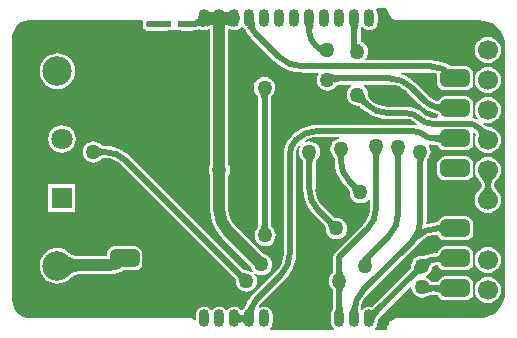
<source format=gtl>
G04*
G04 #@! TF.GenerationSoftware,Altium Limited,Altium Designer,21.2.0 (30)*
G04*
G04 Layer_Physical_Order=1*
G04 Layer_Color=255*
%FSLAX24Y24*%
%MOIN*%
G70*
G04*
G04 #@! TF.SameCoordinates,6A3BDC20-E317-4547-97BB-DAA7722936CF*
G04*
G04*
G04 #@! TF.FilePolarity,Positive*
G04*
G01*
G75*
%ADD13R,0.0260X0.0200*%
G04:AMPARAMS|DCode=14|XSize=20mil|YSize=20mil|CornerRadius=5mil|HoleSize=0mil|Usage=FLASHONLY|Rotation=270.000|XOffset=0mil|YOffset=0mil|HoleType=Round|Shape=RoundedRectangle|*
%AMROUNDEDRECTD14*
21,1,0.0200,0.0100,0,0,270.0*
21,1,0.0100,0.0200,0,0,270.0*
1,1,0.0100,-0.0050,-0.0050*
1,1,0.0100,-0.0050,0.0050*
1,1,0.0100,0.0050,0.0050*
1,1,0.0100,0.0050,-0.0050*
%
%ADD14ROUNDEDRECTD14*%
G04:AMPARAMS|DCode=15|XSize=98.4mil|YSize=59.1mil|CornerRadius=14.8mil|HoleSize=0mil|Usage=FLASHONLY|Rotation=0.000|XOffset=0mil|YOffset=0mil|HoleType=Round|Shape=RoundedRectangle|*
%AMROUNDEDRECTD15*
21,1,0.0984,0.0295,0,0,0.0*
21,1,0.0689,0.0591,0,0,0.0*
1,1,0.0295,0.0344,-0.0148*
1,1,0.0295,-0.0344,-0.0148*
1,1,0.0295,-0.0344,0.0148*
1,1,0.0295,0.0344,0.0148*
%
%ADD15ROUNDEDRECTD15*%
%ADD24C,0.0200*%
%ADD25C,0.0394*%
%ADD26O,0.0354X0.0591*%
%ADD27C,0.0984*%
%ADD28R,0.0709X0.0709*%
%ADD29C,0.0709*%
%ADD30C,0.0669*%
%ADD31C,0.0300*%
%ADD32C,0.0500*%
G36*
X12671Y5336D02*
X12700Y5298D01*
X12707Y5251D01*
X12710Y5227D01*
X12748Y5135D01*
X12809Y5057D01*
X12887Y4996D01*
X12979Y4958D01*
X13077Y4945D01*
X13097Y4948D01*
X13102Y4947D01*
X15752D01*
X15759Y4949D01*
X15924Y4932D01*
X16089Y4882D01*
X16242Y4801D01*
X16375Y4691D01*
X16485Y4557D01*
X16566Y4405D01*
X16617Y4240D01*
X16633Y4075D01*
X16631Y4068D01*
Y-4118D01*
X16633Y-4125D01*
X16617Y-4287D01*
X16567Y-4450D01*
X16487Y-4600D01*
X16379Y-4731D01*
X16248Y-4839D01*
X16098Y-4919D01*
X15935Y-4969D01*
X15773Y-4985D01*
X15766Y-4983D01*
X13102D01*
X13083Y-4987D01*
X13070Y-4985D01*
X12972Y-4998D01*
X12880Y-5036D01*
X12801Y-5097D01*
X12741Y-5175D01*
X12703Y-5267D01*
X12700Y-5291D01*
X12692Y-5338D01*
X12692Y-5338D01*
X12664Y-5376D01*
X12649Y-5382D01*
X12645Y-5381D01*
X12297D01*
X12280Y-5331D01*
X12300Y-5316D01*
X12344Y-5258D01*
X12372Y-5190D01*
X12382Y-5118D01*
Y-5038D01*
X12385Y-5031D01*
X12397Y-5010D01*
X12412Y-4987D01*
X12455Y-4935D01*
X13455Y-3935D01*
X13500Y-3961D01*
X13511Y-4041D01*
X13546Y-4127D01*
X13602Y-4200D01*
X13675Y-4256D01*
X13761Y-4291D01*
X13852Y-4303D01*
X13943Y-4291D01*
X14028Y-4256D01*
X14043Y-4245D01*
X14046Y-4244D01*
X14060Y-4235D01*
X14073Y-4228D01*
X14085Y-4222D01*
X14099Y-4217D01*
X14114Y-4213D01*
X14129Y-4209D01*
X14144Y-4206D01*
X14168Y-4204D01*
X14319D01*
X14336Y-4205D01*
X14359Y-4209D01*
X14376Y-4213D01*
X14380Y-4215D01*
X14386Y-4244D01*
X14441Y-4326D01*
X14523Y-4381D01*
X14619Y-4400D01*
X15308D01*
X15405Y-4381D01*
X15487Y-4326D01*
X15542Y-4244D01*
X15561Y-4148D01*
Y-3852D01*
X15542Y-3756D01*
X15487Y-3674D01*
X15405Y-3619D01*
X15308Y-3600D01*
X14619D01*
X14523Y-3619D01*
X14441Y-3674D01*
X14386Y-3756D01*
X14380Y-3785D01*
X14376Y-3787D01*
X14359Y-3791D01*
X14336Y-3795D01*
X14319Y-3796D01*
X14217D01*
X14213Y-3796D01*
X14200Y-3793D01*
X14188Y-3790D01*
X14179Y-3786D01*
X14171Y-3782D01*
X14164Y-3777D01*
X14158Y-3772D01*
X14153Y-3766D01*
X14144Y-3754D01*
X14140Y-3750D01*
X14102Y-3700D01*
X14028Y-3644D01*
X13987Y-3627D01*
Y-3573D01*
X14028Y-3556D01*
X14102Y-3500D01*
X14158Y-3427D01*
X14193Y-3341D01*
X14197Y-3310D01*
X14200Y-3303D01*
X14203Y-3286D01*
X14206Y-3277D01*
X14209Y-3269D01*
X14213Y-3263D01*
X14217Y-3257D01*
X14223Y-3252D01*
X14229Y-3247D01*
X14237Y-3242D01*
X14328Y-3214D01*
X14379Y-3209D01*
X14386Y-3244D01*
X14441Y-3326D01*
X14523Y-3381D01*
X14619Y-3400D01*
X15308D01*
X15405Y-3381D01*
X15487Y-3326D01*
X15542Y-3244D01*
X15561Y-3148D01*
Y-2852D01*
X15542Y-2756D01*
X15487Y-2674D01*
X15405Y-2619D01*
X15308Y-2600D01*
X14619D01*
X14523Y-2619D01*
X14441Y-2674D01*
X14386Y-2756D01*
X14377Y-2803D01*
X14290Y-2810D01*
X14129Y-2848D01*
X14085Y-2867D01*
X14083Y-2867D01*
X14078Y-2869D01*
X14074Y-2870D01*
X14026Y-2886D01*
X14008Y-2892D01*
X13970Y-2900D01*
X13955Y-2902D01*
X13941Y-2904D01*
X13928Y-2904D01*
X13917Y-2903D01*
X13903Y-2902D01*
X13894Y-2903D01*
X13852Y-2897D01*
X13761Y-2909D01*
X13675Y-2944D01*
X13602Y-3000D01*
X13546Y-3073D01*
X13511Y-3159D01*
X13499Y-3250D01*
X13500Y-3257D01*
X13500Y-3265D01*
X13498Y-3277D01*
X13496Y-3288D01*
X13492Y-3300D01*
X13487Y-3311D01*
X13481Y-3323D01*
X13474Y-3336D01*
X13465Y-3349D01*
X13463Y-3351D01*
X12236Y-4578D01*
X12216Y-4595D01*
X12190Y-4616D01*
X12187Y-4617D01*
X12174Y-4612D01*
X12102Y-4602D01*
X12030Y-4612D01*
X11962Y-4640D01*
X11904Y-4684D01*
X11883Y-4711D01*
X11882Y-4712D01*
X11871Y-4716D01*
X11862Y-4712D01*
X11825Y-4693D01*
X11824Y-4684D01*
X11822Y-4664D01*
X11822Y-4643D01*
X11827Y-4586D01*
X11828Y-4576D01*
X11864Y-4459D01*
X11938Y-4320D01*
X12031Y-4207D01*
X12039Y-4201D01*
X13654Y-2587D01*
X13654Y-2587D01*
X13803Y-2437D01*
X13809Y-2429D01*
X13922Y-2336D01*
X14060Y-2262D01*
X14210Y-2217D01*
X14357Y-2202D01*
X14366Y-2204D01*
X14378D01*
X14386Y-2244D01*
X14441Y-2326D01*
X14523Y-2381D01*
X14619Y-2400D01*
X15308D01*
X15405Y-2381D01*
X15487Y-2326D01*
X15542Y-2244D01*
X15561Y-2148D01*
Y-1852D01*
X15542Y-1756D01*
X15487Y-1674D01*
X15405Y-1619D01*
X15308Y-1600D01*
X14619D01*
X14523Y-1619D01*
X14441Y-1674D01*
X14386Y-1756D01*
X14378Y-1796D01*
X14366D01*
X14364Y-1796D01*
X14178Y-1811D01*
X14038Y-1845D01*
X14000Y-1812D01*
X14006Y-1738D01*
X14006Y-1736D01*
Y223D01*
X14006Y225D01*
X14009Y242D01*
X14012Y256D01*
X14016Y270D01*
X14021Y282D01*
X14027Y294D01*
X14033Y304D01*
X14040Y314D01*
X14040Y315D01*
X14051Y327D01*
X14054Y332D01*
X14095Y386D01*
X14130Y471D01*
X14142Y562D01*
X14130Y654D01*
X14095Y739D01*
X14078Y761D01*
X14081Y773D01*
X14106Y807D01*
X14202Y798D01*
X14211Y796D01*
X14319D01*
X14336Y795D01*
X14359Y791D01*
X14376Y787D01*
X14380Y785D01*
X14386Y756D01*
X14441Y674D01*
X14523Y619D01*
X14619Y600D01*
X15308D01*
X15405Y619D01*
X15487Y674D01*
X15542Y756D01*
X15561Y852D01*
Y1148D01*
X15553Y1186D01*
X15599Y1214D01*
X15599Y1213D01*
X15601Y1210D01*
X15621Y1190D01*
X15626Y1183D01*
X15634Y1171D01*
X15640Y1160D01*
X15643Y1149D01*
X15645Y1139D01*
X15646Y1129D01*
X15646Y1119D01*
X15644Y1107D01*
X15638Y1089D01*
X15638Y1086D01*
X15629Y1063D01*
X15614Y950D01*
X15629Y837D01*
X15672Y731D01*
X15742Y640D01*
X15833Y570D01*
X15939Y527D01*
X16052Y512D01*
X16165Y527D01*
X16271Y570D01*
X16362Y640D01*
X16432Y731D01*
X16475Y837D01*
X16490Y950D01*
X16475Y1063D01*
X16432Y1169D01*
X16362Y1260D01*
X16271Y1330D01*
X16165Y1373D01*
X16104Y1382D01*
X16100Y1383D01*
X16095Y1383D01*
X16091Y1385D01*
X16069Y1387D01*
X16051Y1391D01*
X16033Y1396D01*
X16015Y1403D01*
X15997Y1412D01*
X15978Y1423D01*
X15958Y1436D01*
X15938Y1451D01*
X15930Y1458D01*
X15900Y1489D01*
X15928Y1531D01*
X15939Y1527D01*
X16052Y1512D01*
X16165Y1527D01*
X16271Y1570D01*
X16362Y1640D01*
X16432Y1731D01*
X16475Y1837D01*
X16490Y1950D01*
X16475Y2063D01*
X16432Y2169D01*
X16362Y2260D01*
X16271Y2330D01*
X16165Y2373D01*
X16052Y2388D01*
X15939Y2373D01*
X15833Y2330D01*
X15742Y2260D01*
X15672Y2169D01*
X15629Y2063D01*
X15614Y1950D01*
X15629Y1837D01*
X15672Y1731D01*
X15712Y1679D01*
X15679Y1640D01*
X15667Y1646D01*
X15552Y1681D01*
X15525Y1730D01*
X15542Y1756D01*
X15561Y1852D01*
Y2148D01*
X15542Y2244D01*
X15487Y2326D01*
X15405Y2381D01*
X15308Y2400D01*
X14619D01*
X14523Y2381D01*
X14441Y2326D01*
X14390Y2250D01*
X14367Y2252D01*
X14338Y2257D01*
X14307Y2264D01*
X14172Y2336D01*
X14059Y2429D01*
X14053Y2437D01*
X13639Y2851D01*
X13638Y2852D01*
X13495Y2974D01*
X13334Y3073D01*
X13160Y3145D01*
X13154Y3146D01*
X13160Y3196D01*
X14150D01*
X14159Y3198D01*
X14305Y3183D01*
X14370Y3164D01*
X14367Y3148D01*
Y2852D01*
X14386Y2756D01*
X14441Y2674D01*
X14523Y2619D01*
X14619Y2600D01*
X15308D01*
X15405Y2619D01*
X15487Y2674D01*
X15542Y2756D01*
X15561Y2852D01*
Y3148D01*
X15542Y3244D01*
X15487Y3326D01*
X15405Y3381D01*
X15308Y3400D01*
X14814D01*
X14696Y3473D01*
X14522Y3545D01*
X14338Y3589D01*
X14151Y3604D01*
X14150Y3604D01*
X11966D01*
X11962Y3617D01*
X11954Y3654D01*
X12007Y3722D01*
X12042Y3808D01*
X12054Y3899D01*
X12042Y3990D01*
X12007Y4076D01*
X11951Y4149D01*
X11877Y4205D01*
X11838Y4221D01*
X11829Y4227D01*
X11828Y4227D01*
X11827Y4228D01*
X11810Y4234D01*
X11808Y4234D01*
X11806Y4235D01*
X11806Y4235D01*
Y4600D01*
X11812Y4653D01*
X11815Y4673D01*
X11820Y4691D01*
X11824Y4706D01*
X11824Y4706D01*
X11860Y4717D01*
X11864Y4717D01*
X11881Y4713D01*
X11883Y4711D01*
X11904Y4684D01*
X11962Y4640D01*
X12030Y4612D01*
X12102Y4602D01*
X12174Y4612D01*
X12242Y4640D01*
X12300Y4684D01*
X12344Y4742D01*
X12372Y4810D01*
X12382Y4882D01*
Y5118D01*
X12372Y5190D01*
X12344Y5258D01*
X12319Y5291D01*
X12344Y5341D01*
X12652D01*
X12656Y5342D01*
X12671Y5336D01*
D02*
G37*
G36*
X7513Y5199D02*
X7602Y5197D01*
Y4803D01*
X7541Y4802D01*
X7513Y4800D01*
Y4728D01*
X7492Y4742D01*
X7466Y4755D01*
X7435Y4766D01*
X7401Y4776D01*
X7362Y4784D01*
X7352Y4786D01*
X7342Y4784D01*
X7303Y4776D01*
X7269Y4766D01*
X7238Y4755D01*
X7212Y4742D01*
X7191Y4728D01*
Y4801D01*
X7102Y4803D01*
X7041Y4802D01*
X7013Y4800D01*
Y4728D01*
X6992Y4742D01*
X6966Y4755D01*
X6935Y4766D01*
X6901Y4776D01*
X6862Y4784D01*
X6852Y4786D01*
X6842Y4784D01*
X6803Y4776D01*
X6769Y4766D01*
X6738Y4755D01*
X6712Y4742D01*
X6691Y4728D01*
Y4801D01*
X6602Y4803D01*
Y5197D01*
X6663Y5198D01*
X6691Y5200D01*
Y5272D01*
X6712Y5258D01*
X6738Y5245D01*
X6769Y5234D01*
X6803Y5224D01*
X6842Y5216D01*
X6852Y5214D01*
X6862Y5216D01*
X6901Y5224D01*
X6935Y5234D01*
X6966Y5245D01*
X6992Y5258D01*
X7013Y5272D01*
Y5199D01*
X7102Y5197D01*
X7163Y5198D01*
X7191Y5200D01*
Y5272D01*
X7212Y5258D01*
X7238Y5245D01*
X7269Y5234D01*
X7303Y5224D01*
X7342Y5216D01*
X7352Y5214D01*
X7362Y5216D01*
X7401Y5224D01*
X7435Y5234D01*
X7466Y5245D01*
X7492Y5258D01*
X7513Y5272D01*
Y5199D01*
D02*
G37*
G36*
X6426Y5080D02*
X6426Y5082D01*
X6427Y5078D01*
X6551Y4810D01*
X6524Y4801D01*
X6556Y4710D01*
X6529Y4720D01*
X6502Y4728D01*
X6475Y4734D01*
X6447Y4737D01*
X6418Y4739D01*
X6390Y4738D01*
X6361Y4736D01*
X6331Y4731D01*
X6301Y4724D01*
X6271Y4715D01*
X6271Y4716D01*
X6265Y4714D01*
X6134Y4900D01*
X6174Y4903D01*
X6211Y4909D01*
X6246Y4919D01*
X6279Y4932D01*
X6309Y4949D01*
X6337Y4969D01*
X6362Y4993D01*
X6385Y5020D01*
X6406Y5050D01*
X6424Y5085D01*
X6426Y5080D01*
D02*
G37*
G36*
X10245Y4778D02*
X10236Y4761D01*
X10228Y4742D01*
X10221Y4720D01*
X10215Y4697D01*
X10211Y4671D01*
X10204Y4614D01*
X10203Y4582D01*
X10202Y4548D01*
X10002D01*
X10001Y4582D01*
X9997Y4644D01*
X9993Y4671D01*
X9983Y4720D01*
X9976Y4742D01*
X9968Y4761D01*
X9958Y4778D01*
X9948Y4793D01*
X10256D01*
X10245Y4778D01*
D02*
G37*
G36*
X11745Y4778D02*
X11736Y4760D01*
X11728Y4741D01*
X11721Y4719D01*
X11715Y4694D01*
X11711Y4667D01*
X11704Y4607D01*
X11703Y4573D01*
X11702Y4537D01*
X11502D01*
X11501Y4573D01*
X11493Y4667D01*
X11489Y4694D01*
X11483Y4719D01*
X11476Y4741D01*
X11468Y4760D01*
X11458Y4778D01*
X11448Y4793D01*
X11756D01*
X11745Y4778D01*
D02*
G37*
G36*
X8277Y4854D02*
X8276Y4826D01*
X8277Y4798D01*
X8281Y4770D01*
X8286Y4742D01*
X8293Y4715D01*
X8303Y4687D01*
X8314Y4659D01*
X8328Y4632D01*
X8343Y4605D01*
X8146Y4534D01*
X8125Y4569D01*
X8018Y4725D01*
X8013Y4728D01*
X8279Y4882D01*
X8277Y4854D01*
D02*
G37*
G36*
X11724Y4153D02*
X11734Y4151D01*
X11746Y4148D01*
X11774Y4138D01*
X11791Y4132D01*
X11470Y3994D01*
X11477Y4011D01*
X11499Y4078D01*
X11501Y4088D01*
X11503Y4096D01*
X11504Y4104D01*
X11503Y4110D01*
X11702Y4146D01*
X11703Y4150D01*
X11706Y4152D01*
X11710Y4154D01*
X11716Y4154D01*
X11724Y4153D01*
D02*
G37*
G36*
X10390Y4158D02*
X10409Y4146D01*
X10428Y4137D01*
X10447Y4131D01*
X10466Y4128D01*
X10486Y4127D01*
X10505Y4130D01*
X10524Y4136D01*
X10544Y4145D01*
X10564Y4156D01*
X10491Y3814D01*
X10482Y3827D01*
X10471Y3840D01*
X10459Y3854D01*
X10445Y3868D01*
X10412Y3897D01*
X10392Y3912D01*
X10324Y3959D01*
X10372Y4173D01*
X10390Y4158D01*
D02*
G37*
G36*
X10859Y3146D02*
X10877Y3137D01*
X10896Y3128D01*
X10916Y3121D01*
X10937Y3114D01*
X10958Y3109D01*
X10980Y3105D01*
X11003Y3102D01*
X11052Y3100D01*
X11097Y2900D01*
X11072Y2899D01*
X11048Y2897D01*
X11026Y2892D01*
X11005Y2886D01*
X10986Y2879D01*
X10968Y2869D01*
X10952Y2858D01*
X10937Y2845D01*
X10924Y2831D01*
X10912Y2814D01*
X10842Y3157D01*
X10859Y3146D01*
D02*
G37*
G36*
X14483Y1803D02*
X14481Y1822D01*
X14475Y1840D01*
X14465Y1858D01*
X14450Y1874D01*
X14432Y1890D01*
X14409Y1905D01*
X14382Y1918D01*
X14351Y1931D01*
X14316Y1943D01*
X14277Y1954D01*
X14279Y2165D01*
X14319Y2157D01*
X14354Y2151D01*
X14386Y2148D01*
X14413Y2148D01*
X14436Y2151D01*
X14455Y2157D01*
X14469Y2166D01*
X14480Y2178D01*
X14486Y2194D01*
X14489Y2212D01*
X14483Y1803D01*
D02*
G37*
G36*
X11953Y2427D02*
X11955Y2406D01*
X11960Y2386D01*
X11966Y2366D01*
X11974Y2346D01*
X11983Y2327D01*
X11995Y2308D01*
X12008Y2289D01*
X12024Y2271D01*
X12041Y2253D01*
X11899Y2111D01*
X11881Y2128D01*
X11863Y2144D01*
X11844Y2157D01*
X11825Y2169D01*
X11806Y2178D01*
X11786Y2186D01*
X11766Y2192D01*
X11746Y2197D01*
X11725Y2199D01*
X11704Y2200D01*
X11952Y2447D01*
X11953Y2427D01*
D02*
G37*
G36*
X12944Y2783D02*
X13093Y2738D01*
X13232Y2664D01*
X13345Y2571D01*
X13351Y2563D01*
X13765Y2149D01*
X13766Y2148D01*
X13853Y2074D01*
X13858Y2067D01*
X13874Y2056D01*
X13909Y2026D01*
X14070Y1927D01*
X14093Y1918D01*
X14102Y1912D01*
X14113Y1909D01*
X14244Y1855D01*
X14288Y1845D01*
X14316Y1835D01*
X14340Y1826D01*
X14358Y1816D01*
X14371Y1808D01*
X14377Y1803D01*
X14386Y1756D01*
X14394Y1743D01*
X14371Y1699D01*
X14176D01*
X14170Y1698D01*
X14091Y1709D01*
X14012Y1741D01*
X13984Y1763D01*
X13946Y1794D01*
X13946Y1794D01*
X13812Y1905D01*
X13659Y1987D01*
X13492Y2037D01*
X13319Y2054D01*
Y2054D01*
X12716D01*
X12707Y2052D01*
X12560Y2067D01*
X12410Y2112D01*
X12272Y2186D01*
X12159Y2279D01*
X12153Y2287D01*
X12091Y2349D01*
X12089Y2351D01*
X12080Y2364D01*
X12073Y2377D01*
X12067Y2389D01*
X12062Y2400D01*
X12058Y2412D01*
X12056Y2423D01*
X12054Y2435D01*
X12054Y2443D01*
X12055Y2450D01*
X12043Y2541D01*
X12008Y2627D01*
X11952Y2700D01*
X11891Y2746D01*
X11906Y2796D01*
X12788D01*
X12797Y2798D01*
X12944Y2783D01*
D02*
G37*
G36*
X800Y4947D02*
X844Y4947D01*
X4529D01*
X4556Y4897D01*
X4547Y4850D01*
Y4805D01*
X4546Y4800D01*
X4547Y4795D01*
Y4750D01*
X4559Y4691D01*
X4592Y4642D01*
X4641Y4609D01*
X4700Y4597D01*
X4745D01*
X4750Y4596D01*
X5360D01*
X5380Y4600D01*
X5590D01*
Y4600D01*
X5610D01*
Y4600D01*
X5820D01*
X5840Y4596D01*
X6119D01*
Y4596D01*
X6292Y4613D01*
X6352Y4631D01*
X6374Y4634D01*
X6396Y4637D01*
X6417Y4637D01*
X6438Y4636D01*
X6458Y4633D01*
X6478Y4629D01*
X6497Y4623D01*
X6521Y4615D01*
X6523Y4614D01*
X6530Y4612D01*
X6547Y4610D01*
X6550Y4609D01*
X6552Y4609D01*
X6602Y4602D01*
X6674Y4612D01*
X6726Y4633D01*
X6730Y4634D01*
X6733Y4636D01*
X6742Y4640D01*
X6745Y4642D01*
X6747Y4643D01*
X6751Y4646D01*
X6784Y4633D01*
X6800Y4617D01*
X6801Y4616D01*
Y135D01*
X6794Y127D01*
X6759Y41D01*
X6747Y-50D01*
X6759Y-141D01*
X6794Y-227D01*
X6801Y-235D01*
Y-1384D01*
X6799D01*
X6815Y-1587D01*
X6863Y-1786D01*
X6941Y-1974D01*
X7048Y-2148D01*
X7180Y-2304D01*
X7181Y-2303D01*
X8160Y-3281D01*
X8161Y-3291D01*
X8196Y-3377D01*
X8233Y-3425D01*
X8198Y-3461D01*
X8177Y-3444D01*
X8091Y-3409D01*
X8000Y-3397D01*
X7993Y-3398D01*
X7985Y-3398D01*
X7973Y-3396D01*
X7962Y-3394D01*
X7950Y-3390D01*
X7939Y-3385D01*
X7927Y-3379D01*
X7914Y-3372D01*
X7901Y-3363D01*
X7899Y-3361D01*
X4137Y401D01*
X4136Y402D01*
X3993Y524D01*
X3832Y623D01*
X3658Y695D01*
X3474Y739D01*
X3288Y754D01*
X3286Y754D01*
X3237D01*
X3221Y756D01*
X3206Y759D01*
X3195Y762D01*
X3186Y765D01*
X3179Y768D01*
X3175Y771D01*
X3173Y772D01*
X3168Y778D01*
X3166Y779D01*
X3165Y781D01*
X3163Y782D01*
X3150Y800D01*
X3077Y856D01*
X2991Y891D01*
X2900Y903D01*
X2809Y891D01*
X2723Y856D01*
X2650Y800D01*
X2594Y727D01*
X2559Y641D01*
X2547Y550D01*
X2559Y459D01*
X2594Y373D01*
X2650Y300D01*
X2723Y244D01*
X2809Y209D01*
X2900Y197D01*
X2991Y209D01*
X3077Y244D01*
X3150Y300D01*
X3163Y318D01*
X3165Y319D01*
X3166Y321D01*
X3168Y322D01*
X3173Y328D01*
X3175Y329D01*
X3179Y332D01*
X3186Y335D01*
X3195Y338D01*
X3206Y341D01*
X3219Y344D01*
X3243Y346D01*
X3286D01*
X3295Y348D01*
X3442Y333D01*
X3591Y288D01*
X3730Y214D01*
X3843Y121D01*
X3849Y113D01*
X7611Y-3649D01*
X7613Y-3651D01*
X7622Y-3664D01*
X7629Y-3677D01*
X7635Y-3689D01*
X7640Y-3700D01*
X7644Y-3712D01*
X7646Y-3723D01*
X7648Y-3735D01*
X7648Y-3743D01*
X7647Y-3750D01*
X7659Y-3841D01*
X7694Y-3927D01*
X7750Y-4000D01*
X7823Y-4056D01*
X7909Y-4091D01*
X8000Y-4103D01*
X8091Y-4091D01*
X8177Y-4056D01*
X8250Y-4000D01*
X8306Y-3927D01*
X8341Y-3841D01*
X8353Y-3750D01*
X8341Y-3659D01*
X8306Y-3573D01*
X8269Y-3525D01*
X8304Y-3489D01*
X8325Y-3506D01*
X8411Y-3541D01*
X8502Y-3553D01*
X8593Y-3541D01*
X8678Y-3506D01*
X8752Y-3450D01*
X8808Y-3377D01*
X8843Y-3291D01*
X8855Y-3200D01*
X8843Y-3109D01*
X8808Y-3023D01*
X8752Y-2950D01*
X8678Y-2894D01*
X8593Y-2859D01*
X8583Y-2858D01*
X7605Y-1879D01*
X7601Y-1877D01*
X7517Y-1774D01*
X7452Y-1652D01*
X7412Y-1521D01*
X7399Y-1388D01*
X7399Y-1384D01*
Y-235D01*
X7406Y-227D01*
X7441Y-141D01*
X7453Y-50D01*
X7441Y41D01*
X7406Y127D01*
X7399Y135D01*
Y4618D01*
X7403Y4624D01*
X7424Y4640D01*
X7449Y4648D01*
X7457Y4643D01*
X7459Y4642D01*
X7462Y4640D01*
X7471Y4636D01*
X7474Y4634D01*
X7478Y4633D01*
X7530Y4612D01*
X7602Y4602D01*
X7674Y4612D01*
X7742Y4640D01*
X7800Y4684D01*
X7820Y4711D01*
X7883D01*
X7904Y4684D01*
X7943Y4655D01*
X8034Y4522D01*
X8054Y4484D01*
X8170Y4343D01*
X8170Y4344D01*
X8170Y4344D01*
X8915Y3599D01*
X8915Y3599D01*
X8915Y3598D01*
X9079Y3458D01*
X9263Y3346D01*
X9462Y3263D01*
X9672Y3213D01*
X9838Y3200D01*
X9887Y3196D01*
X9887Y3196D01*
X9937Y3196D01*
X10393D01*
X10415Y3151D01*
X10396Y3127D01*
X10361Y3041D01*
X10349Y2950D01*
X10361Y2859D01*
X10396Y2773D01*
X10452Y2700D01*
X10525Y2644D01*
X10611Y2609D01*
X10702Y2597D01*
X10793Y2609D01*
X10878Y2644D01*
X10952Y2700D01*
X10990Y2750D01*
X10994Y2754D01*
X11003Y2766D01*
X11008Y2772D01*
X11014Y2777D01*
X11021Y2782D01*
X11029Y2786D01*
X11038Y2790D01*
X11050Y2793D01*
X11063Y2796D01*
X11067Y2796D01*
X11498D01*
X11513Y2746D01*
X11452Y2700D01*
X11396Y2627D01*
X11361Y2541D01*
X11349Y2450D01*
X11361Y2359D01*
X11396Y2273D01*
X11452Y2200D01*
X11525Y2144D01*
X11611Y2109D01*
X11702Y2097D01*
X11709Y2098D01*
X11717Y2098D01*
X11729Y2096D01*
X11740Y2094D01*
X11752Y2090D01*
X11763Y2085D01*
X11775Y2079D01*
X11788Y2072D01*
X11801Y2063D01*
X11803Y2061D01*
X11865Y1999D01*
X11866Y1998D01*
X12009Y1876D01*
X12170Y1777D01*
X12344Y1705D01*
X12528Y1661D01*
X12714Y1646D01*
X12716Y1646D01*
X13319D01*
X13328Y1648D01*
X13444Y1633D01*
X13560Y1585D01*
X13653Y1514D01*
X13658Y1506D01*
X13661Y1504D01*
X13679Y1489D01*
X13659Y1440D01*
X13519Y1454D01*
Y1454D01*
X10366D01*
X10364Y1454D01*
X10178Y1439D01*
X9994Y1395D01*
X9820Y1323D01*
X9659Y1224D01*
X9516Y1102D01*
X9515Y1101D01*
X9508Y1094D01*
X9508Y1094D01*
X9397Y960D01*
X9315Y807D01*
X9265Y640D01*
X9248Y467D01*
X9248D01*
Y-2834D01*
X9250Y-2843D01*
X9235Y-2990D01*
X9190Y-3140D01*
X9116Y-3278D01*
X9023Y-3391D01*
X9015Y-3397D01*
X8242Y-4170D01*
X8241Y-4172D01*
X8217Y-4200D01*
X8208Y-4206D01*
X8194Y-4226D01*
X8123Y-4310D01*
X8026Y-4467D01*
X8016Y-4492D01*
X7988Y-4554D01*
X7962Y-4606D01*
X7938Y-4645D01*
X7929Y-4658D01*
X7922Y-4668D01*
X7916Y-4673D01*
X7909Y-4680D01*
X7908Y-4681D01*
X7904Y-4684D01*
X7899Y-4692D01*
X7896Y-4694D01*
X7894Y-4698D01*
X7883Y-4711D01*
X7820D01*
X7800Y-4684D01*
X7742Y-4640D01*
X7674Y-4612D01*
X7602Y-4602D01*
X7530Y-4612D01*
X7462Y-4640D01*
X7404Y-4684D01*
X7383Y-4711D01*
X7320D01*
X7300Y-4684D01*
X7242Y-4640D01*
X7174Y-4612D01*
X7102Y-4602D01*
X7030Y-4612D01*
X6962Y-4640D01*
X6904Y-4684D01*
X6883Y-4711D01*
X6820D01*
X6800Y-4684D01*
X6742Y-4640D01*
X6674Y-4612D01*
X6602Y-4602D01*
X6530Y-4612D01*
X6462Y-4640D01*
X6404Y-4684D01*
X6360Y-4742D01*
X6332Y-4810D01*
X6322Y-4882D01*
Y-5018D01*
X6278Y-5041D01*
X6269Y-5034D01*
X6184Y-4999D01*
X6160Y-4996D01*
X6159Y-4995D01*
X6100Y-4983D01*
X847D01*
X800Y-4983D01*
X799Y-4983D01*
X799Y-4984D01*
D01*
X749Y-4980D01*
X678Y-4973D01*
X567Y-4939D01*
X465Y-4884D01*
X375Y-4811D01*
X302Y-4721D01*
X247Y-4619D01*
X213Y-4508D01*
X203Y-4400D01*
X203Y-4400D01*
Y0D01*
Y4400D01*
X219Y4524D01*
X277Y4663D01*
X368Y4782D01*
X487Y4873D01*
X626Y4931D01*
X746Y4947D01*
X795Y4948D01*
X800Y4947D01*
D02*
G37*
G36*
X15850Y1393D02*
X15874Y1372D01*
X15899Y1353D01*
X15924Y1336D01*
X15950Y1322D01*
X15975Y1310D01*
X16001Y1300D01*
X16026Y1292D01*
X16052Y1287D01*
X16079Y1284D01*
X15736Y1060D01*
X15743Y1084D01*
X15747Y1108D01*
X15748Y1131D01*
X15746Y1154D01*
X15742Y1176D01*
X15734Y1198D01*
X15724Y1220D01*
X15710Y1242D01*
X15694Y1263D01*
X15675Y1284D01*
X15825Y1416D01*
X15850Y1393D01*
D02*
G37*
G36*
X14484Y800D02*
X14481Y819D01*
X14475Y836D01*
X14465Y851D01*
X14450Y864D01*
X14431Y875D01*
X14407Y884D01*
X14380Y891D01*
X14348Y896D01*
X14312Y899D01*
X14272Y900D01*
Y1100D01*
X14312Y1101D01*
X14348Y1104D01*
X14380Y1109D01*
X14407Y1116D01*
X14431Y1125D01*
X14450Y1136D01*
X14465Y1149D01*
X14475Y1164D01*
X14481Y1181D01*
X14484Y1200D01*
Y800D01*
D02*
G37*
G36*
X3104Y697D02*
X3116Y687D01*
X3130Y679D01*
X3146Y671D01*
X3164Y665D01*
X3183Y659D01*
X3205Y655D01*
X3228Y652D01*
X3252Y651D01*
X3279Y650D01*
Y450D01*
X3252Y449D01*
X3205Y445D01*
X3183Y441D01*
X3164Y435D01*
X3146Y429D01*
X3130Y421D01*
X3116Y413D01*
X3104Y403D01*
X3093Y392D01*
Y708D01*
X3104Y697D01*
D02*
G37*
G36*
X12488Y556D02*
X12475Y540D01*
X12464Y523D01*
X12454Y504D01*
X12446Y485D01*
X12439Y464D01*
X12434Y442D01*
X12430Y420D01*
X12428Y396D01*
X12427Y371D01*
X12227D01*
X12226Y396D01*
X12224Y420D01*
X12220Y442D01*
X12215Y464D01*
X12208Y485D01*
X12200Y504D01*
X12190Y523D01*
X12179Y540D01*
X12166Y556D01*
X12152Y571D01*
X12502D01*
X12488Y556D01*
D02*
G37*
G36*
X13213Y506D02*
X13200Y490D01*
X13189Y473D01*
X13179Y454D01*
X13171Y435D01*
X13164Y414D01*
X13159Y392D01*
X13155Y370D01*
X13153Y346D01*
X13152Y321D01*
X12952D01*
X12951Y346D01*
X12949Y370D01*
X12945Y392D01*
X12940Y414D01*
X12933Y435D01*
X12925Y454D01*
X12915Y473D01*
X12904Y490D01*
X12891Y506D01*
X12877Y521D01*
X13227D01*
X13213Y506D01*
D02*
G37*
G36*
X11297Y446D02*
X11287Y434D01*
X11279Y420D01*
X11271Y404D01*
X11265Y386D01*
X11259Y367D01*
X11255Y345D01*
X11252Y322D01*
X11251Y298D01*
X11250Y271D01*
X11050D01*
X11049Y298D01*
X11045Y345D01*
X11041Y367D01*
X11035Y386D01*
X11029Y404D01*
X11021Y420D01*
X11013Y434D01*
X11003Y446D01*
X10992Y457D01*
X11308D01*
X11297Y446D01*
D02*
G37*
G36*
X13960Y377D02*
X13948Y360D01*
X13937Y342D01*
X13928Y323D01*
X13920Y303D01*
X13913Y283D01*
X13908Y261D01*
X13905Y238D01*
X13903Y214D01*
X13902Y189D01*
X13702Y178D01*
X13701Y203D01*
X13699Y227D01*
X13695Y250D01*
X13689Y271D01*
X13682Y291D01*
X13674Y311D01*
X13664Y329D01*
X13652Y345D01*
X13639Y361D01*
X13624Y375D01*
X13973Y393D01*
X13960Y377D01*
D02*
G37*
G36*
X10263Y356D02*
X10250Y340D01*
X10239Y323D01*
X10229Y304D01*
X10221Y285D01*
X10214Y264D01*
X10209Y242D01*
X10205Y220D01*
X10203Y196D01*
X10202Y171D01*
X10002D01*
X10001Y196D01*
X9999Y220D01*
X9995Y242D01*
X9990Y264D01*
X9983Y285D01*
X9975Y304D01*
X9965Y323D01*
X9954Y340D01*
X9941Y356D01*
X9927Y371D01*
X10277D01*
X10263Y356D01*
D02*
G37*
G36*
X11621Y-478D02*
X11639Y-494D01*
X11658Y-507D01*
X11677Y-519D01*
X11696Y-528D01*
X11716Y-536D01*
X11736Y-542D01*
X11756Y-547D01*
X11777Y-549D01*
X11797Y-550D01*
X11550Y-798D01*
X11549Y-777D01*
X11547Y-756D01*
X11542Y-736D01*
X11536Y-716D01*
X11528Y-696D01*
X11519Y-677D01*
X11507Y-658D01*
X11494Y-639D01*
X11478Y-621D01*
X11461Y-603D01*
X11603Y-461D01*
X11621Y-478D01*
D02*
G37*
G36*
X10823Y-1678D02*
X10841Y-1694D01*
X10860Y-1707D01*
X10879Y-1719D01*
X10898Y-1728D01*
X10918Y-1736D01*
X10938Y-1742D01*
X10958Y-1747D01*
X10979Y-1749D01*
X10999Y-1750D01*
X10752Y-1998D01*
X10751Y-1977D01*
X10749Y-1956D01*
X10744Y-1936D01*
X10738Y-1916D01*
X10730Y-1896D01*
X10721Y-1877D01*
X10709Y-1858D01*
X10695Y-1839D01*
X10680Y-1821D01*
X10663Y-1803D01*
X10805Y-1661D01*
X10823Y-1678D01*
D02*
G37*
G36*
X14473Y-2105D02*
X14472Y-2104D01*
X14469Y-2103D01*
X14463Y-2103D01*
X14456Y-2102D01*
X14421Y-2100D01*
X14366Y-2100D01*
Y-1900D01*
X14473Y-1895D01*
Y-2105D01*
D02*
G37*
G36*
X10366Y1046D02*
X11094D01*
X11097Y996D01*
X11059Y991D01*
X10973Y956D01*
X10900Y900D01*
X10844Y827D01*
X10809Y741D01*
X10797Y650D01*
X10809Y559D01*
X10844Y473D01*
X10900Y400D01*
X10918Y387D01*
X10919Y384D01*
X10921Y384D01*
X10922Y382D01*
X10928Y377D01*
X10929Y375D01*
X10932Y371D01*
X10935Y364D01*
X10938Y355D01*
X10941Y344D01*
X10944Y331D01*
X10946Y307D01*
Y264D01*
X10946Y262D01*
X10961Y76D01*
X11005Y-108D01*
X11077Y-282D01*
X11176Y-443D01*
X11298Y-586D01*
X11299Y-587D01*
X11411Y-699D01*
X11413Y-701D01*
X11422Y-714D01*
X11429Y-727D01*
X11435Y-739D01*
X11440Y-750D01*
X11444Y-762D01*
X11446Y-773D01*
X11448Y-785D01*
X11448Y-793D01*
X11447Y-800D01*
X11459Y-891D01*
X11494Y-977D01*
X11550Y-1050D01*
X11623Y-1106D01*
X11709Y-1141D01*
X11800Y-1153D01*
X11891Y-1141D01*
X11977Y-1106D01*
X12050Y-1050D01*
X12073Y-1019D01*
X12123Y-1036D01*
Y-1311D01*
X12123Y-1311D01*
X12123D01*
X12121Y-1360D01*
X12110Y-1467D01*
X12065Y-1616D01*
X11991Y-1755D01*
X11898Y-1868D01*
X11890Y-1874D01*
X10956Y-2808D01*
X10912Y-2874D01*
X10896Y-2952D01*
Y-3404D01*
X10896Y-3406D01*
X10893Y-3422D01*
X10890Y-3436D01*
X10886Y-3449D01*
X10881Y-3460D01*
X10875Y-3471D01*
X10869Y-3481D01*
X10862Y-3490D01*
X10856Y-3496D01*
X10850Y-3500D01*
X10794Y-3573D01*
X10759Y-3659D01*
X10747Y-3750D01*
X10759Y-3841D01*
X10794Y-3927D01*
X10850Y-4000D01*
X10856Y-4004D01*
X10863Y-4011D01*
X10870Y-4020D01*
X10876Y-4030D01*
X10882Y-4040D01*
X10887Y-4052D01*
X10891Y-4065D01*
X10894Y-4079D01*
X10897Y-4094D01*
X10897Y-4097D01*
Y-4601D01*
X10892Y-4654D01*
X10888Y-4674D01*
X10884Y-4692D01*
X10879Y-4707D01*
X10874Y-4718D01*
X10870Y-4726D01*
X10864Y-4736D01*
X10863Y-4738D01*
X10860Y-4742D01*
X10856Y-4751D01*
X10854Y-4754D01*
X10853Y-4758D01*
X10832Y-4810D01*
X10822Y-4882D01*
Y-5118D01*
X10832Y-5190D01*
X10860Y-5258D01*
X10904Y-5316D01*
X10924Y-5331D01*
X10907Y-5381D01*
X8797Y-5381D01*
X8780Y-5331D01*
X8800Y-5316D01*
X8844Y-5258D01*
X8872Y-5190D01*
X8882Y-5118D01*
Y-4882D01*
X8872Y-4810D01*
X8844Y-4742D01*
X8800Y-4684D01*
X8742Y-4640D01*
X8674Y-4612D01*
X8602Y-4602D01*
X8530Y-4612D01*
X8462Y-4640D01*
X8448Y-4651D01*
X8409Y-4618D01*
X8433Y-4573D01*
X8497Y-4494D01*
X8530Y-4458D01*
X8530Y-4458D01*
X8530D01*
X8565Y-4423D01*
X9303Y-3685D01*
X9304Y-3684D01*
X9426Y-3541D01*
X9524Y-3380D01*
X9597Y-3206D01*
X9641Y-3022D01*
X9656Y-2836D01*
X9656Y-2834D01*
Y467D01*
X9654Y476D01*
X9669Y592D01*
X9717Y708D01*
X9763Y768D01*
X9765Y768D01*
X9782Y745D01*
X9793Y719D01*
X9761Y641D01*
X9749Y550D01*
X9761Y459D01*
X9796Y373D01*
X9852Y300D01*
X9858Y296D01*
X9864Y290D01*
X9871Y281D01*
X9877Y271D01*
X9883Y260D01*
X9888Y249D01*
X9892Y236D01*
X9895Y222D01*
X9898Y206D01*
X9898Y204D01*
Y-686D01*
X9898Y-688D01*
X9913Y-874D01*
X9957Y-1058D01*
X10029Y-1232D01*
X10128Y-1393D01*
X10250Y-1536D01*
X10251Y-1537D01*
X10613Y-1899D01*
X10615Y-1901D01*
X10624Y-1914D01*
X10631Y-1927D01*
X10637Y-1939D01*
X10642Y-1950D01*
X10646Y-1962D01*
X10648Y-1973D01*
X10650Y-1985D01*
X10650Y-1993D01*
X10649Y-2000D01*
X10661Y-2091D01*
X10696Y-2177D01*
X10752Y-2250D01*
X10825Y-2306D01*
X10911Y-2341D01*
X11002Y-2353D01*
X11093Y-2341D01*
X11178Y-2306D01*
X11252Y-2250D01*
X11308Y-2177D01*
X11343Y-2091D01*
X11355Y-2000D01*
X11343Y-1909D01*
X11308Y-1823D01*
X11252Y-1750D01*
X11178Y-1694D01*
X11093Y-1659D01*
X11002Y-1647D01*
X10995Y-1648D01*
X10987Y-1648D01*
X10975Y-1646D01*
X10964Y-1644D01*
X10952Y-1640D01*
X10941Y-1635D01*
X10929Y-1629D01*
X10916Y-1622D01*
X10903Y-1613D01*
X10901Y-1611D01*
X10539Y-1249D01*
X10531Y-1243D01*
X10438Y-1130D01*
X10364Y-991D01*
X10318Y-842D01*
X10304Y-695D01*
X10306Y-686D01*
Y204D01*
X10306Y206D01*
X10309Y222D01*
X10312Y236D01*
X10316Y249D01*
X10321Y260D01*
X10327Y271D01*
X10333Y281D01*
X10340Y290D01*
X10346Y296D01*
X10352Y300D01*
X10408Y373D01*
X10443Y459D01*
X10455Y550D01*
X10443Y641D01*
X10408Y727D01*
X10352Y800D01*
X10278Y856D01*
X10193Y891D01*
X10102Y903D01*
X10011Y891D01*
X9986Y881D01*
X9947Y919D01*
X9950Y929D01*
X10060Y988D01*
X10210Y1033D01*
X10357Y1048D01*
X10366Y1046D01*
D02*
G37*
G36*
X14233Y-3134D02*
X14211Y-3142D01*
X14190Y-3151D01*
X14172Y-3162D01*
X14155Y-3175D01*
X14141Y-3189D01*
X14129Y-3205D01*
X14118Y-3223D01*
X14110Y-3242D01*
X14104Y-3262D01*
X14100Y-3284D01*
X13891Y-3003D01*
X13909Y-3005D01*
X13927Y-3006D01*
X13947Y-3005D01*
X13967Y-3004D01*
X13988Y-3001D01*
X14033Y-2991D01*
X14057Y-2984D01*
X14108Y-2966D01*
X14233Y-3134D01*
D02*
G37*
G36*
X12202Y-2941D02*
X12185Y-2960D01*
X12170Y-2978D01*
X12158Y-2996D01*
X12149Y-3014D01*
X12143Y-3031D01*
X12140Y-3047D01*
X12139Y-3063D01*
X12142Y-3078D01*
X12147Y-3093D01*
X12156Y-3108D01*
X11827Y-3032D01*
X12033Y-2828D01*
X12202Y-2941D01*
D02*
G37*
G36*
X11201Y-3396D02*
X11203Y-3420D01*
X11207Y-3442D01*
X11212Y-3464D01*
X11219Y-3485D01*
X11227Y-3504D01*
X11237Y-3523D01*
X11248Y-3540D01*
X11261Y-3556D01*
X11275Y-3571D01*
X10925D01*
X10939Y-3556D01*
X10952Y-3540D01*
X10963Y-3523D01*
X10973Y-3504D01*
X10981Y-3485D01*
X10988Y-3464D01*
X10993Y-3442D01*
X10997Y-3420D01*
X10999Y-3396D01*
X11000Y-3371D01*
X11200D01*
X11201Y-3396D01*
D02*
G37*
G36*
X13849Y-3500D02*
X13829Y-3501D01*
X13808Y-3503D01*
X13788Y-3508D01*
X13768Y-3514D01*
X13748Y-3522D01*
X13729Y-3531D01*
X13710Y-3543D01*
X13691Y-3556D01*
X13673Y-3572D01*
X13655Y-3589D01*
X13513Y-3447D01*
X13530Y-3429D01*
X13545Y-3411D01*
X13559Y-3392D01*
X13571Y-3373D01*
X13580Y-3354D01*
X13588Y-3334D01*
X13594Y-3314D01*
X13599Y-3294D01*
X13601Y-3273D01*
X13602Y-3252D01*
X13849Y-3500D01*
D02*
G37*
G36*
X7821Y-3428D02*
X7839Y-3444D01*
X7858Y-3457D01*
X7877Y-3469D01*
X7896Y-3478D01*
X7916Y-3486D01*
X7936Y-3492D01*
X7956Y-3497D01*
X7977Y-3499D01*
X7997Y-3500D01*
X7750Y-3747D01*
X7749Y-3727D01*
X7747Y-3706D01*
X7742Y-3686D01*
X7736Y-3666D01*
X7728Y-3646D01*
X7719Y-3627D01*
X7707Y-3608D01*
X7694Y-3589D01*
X7678Y-3571D01*
X7661Y-3553D01*
X7803Y-3411D01*
X7821Y-3428D01*
D02*
G37*
G36*
X11262Y-3943D02*
X11249Y-3959D01*
X11238Y-3977D01*
X11228Y-3995D01*
X11220Y-4015D01*
X11213Y-4036D01*
X11208Y-4057D01*
X11204Y-4080D01*
X11202Y-4104D01*
X11201Y-4129D01*
X11001Y-4130D01*
X11000Y-4105D01*
X10998Y-4081D01*
X10994Y-4058D01*
X10989Y-4036D01*
X10982Y-4016D01*
X10974Y-3996D01*
X10964Y-3978D01*
X10953Y-3961D01*
X10940Y-3944D01*
X10926Y-3929D01*
X11276Y-3928D01*
X11262Y-3943D01*
D02*
G37*
G36*
X14074Y-3831D02*
X14087Y-3845D01*
X14102Y-3858D01*
X14118Y-3869D01*
X14136Y-3879D01*
X14155Y-3886D01*
X14176Y-3892D01*
X14198Y-3897D01*
X14222Y-3899D01*
X14247Y-3900D01*
X14202Y-4100D01*
X14177Y-4101D01*
X14130Y-4105D01*
X14108Y-4109D01*
X14087Y-4114D01*
X14066Y-4121D01*
X14046Y-4128D01*
X14027Y-4137D01*
X14009Y-4146D01*
X13992Y-4157D01*
X14062Y-3814D01*
X14074Y-3831D01*
D02*
G37*
G36*
X14484Y-4200D02*
X14481Y-4181D01*
X14475Y-4164D01*
X14465Y-4149D01*
X14450Y-4136D01*
X14431Y-4125D01*
X14407Y-4116D01*
X14380Y-4109D01*
X14348Y-4104D01*
X14312Y-4101D01*
X14272Y-4100D01*
Y-3900D01*
X14312Y-3899D01*
X14348Y-3896D01*
X14380Y-3891D01*
X14407Y-3884D01*
X14431Y-3875D01*
X14450Y-3864D01*
X14465Y-3851D01*
X14475Y-3836D01*
X14481Y-3819D01*
X14484Y-3800D01*
Y-4200D01*
D02*
G37*
G36*
X12421Y-4823D02*
X12386Y-4858D01*
X12331Y-4925D01*
X12310Y-4956D01*
X12293Y-4985D01*
X12281Y-5013D01*
X12274Y-5038D01*
X12271Y-5062D01*
X12272Y-5085D01*
X12278Y-5105D01*
X12113Y-4707D01*
X12123Y-4724D01*
X12136Y-4735D01*
X12152Y-4740D01*
X12172Y-4738D01*
X12194Y-4731D01*
X12220Y-4718D01*
X12249Y-4699D01*
X12282Y-4673D01*
X12317Y-4642D01*
X12356Y-4605D01*
X12421Y-4823D01*
D02*
G37*
G36*
X11730Y-4540D02*
X11725Y-4575D01*
X11720Y-4639D01*
X11720Y-4668D01*
X11722Y-4694D01*
X11725Y-4718D01*
X11730Y-4740D01*
X11737Y-4760D01*
X11746Y-4778D01*
X11756Y-4793D01*
X11448D01*
X11457Y-4780D01*
X11466Y-4764D01*
X11474Y-4745D01*
X11483Y-4724D01*
X11498Y-4673D01*
X11512Y-4611D01*
X11525Y-4538D01*
X11730Y-4540D01*
D02*
G37*
G36*
X11202Y-4572D02*
X11210Y-4666D01*
X11215Y-4693D01*
X11221Y-4718D01*
X11228Y-4740D01*
X11236Y-4760D01*
X11245Y-4778D01*
X11256Y-4793D01*
X10948D01*
X10958Y-4778D01*
X10967Y-4761D01*
X10975Y-4741D01*
X10982Y-4719D01*
X10988Y-4695D01*
X10993Y-4668D01*
X10999Y-4608D01*
X11000Y-4574D01*
X11001Y-4538D01*
X11201Y-4536D01*
X11202Y-4572D01*
D02*
G37*
G36*
X8310Y-4580D02*
X8296Y-4613D01*
X8276Y-4674D01*
X8269Y-4702D01*
X8264Y-4729D01*
X8262Y-4753D01*
X8262Y-4776D01*
X8263Y-4798D01*
X8267Y-4818D01*
X8273Y-4836D01*
X7976Y-4756D01*
X7988Y-4747D01*
X7999Y-4734D01*
X8012Y-4718D01*
X8024Y-4700D01*
X8051Y-4655D01*
X8080Y-4598D01*
X8111Y-4530D01*
X8310Y-4580D01*
D02*
G37*
G36*
X7947Y-4899D02*
X7979Y-4900D01*
Y-5100D01*
X7947Y-5101D01*
Y-5200D01*
X7944Y-5181D01*
X7938Y-5164D01*
X7927Y-5149D01*
X7911Y-5136D01*
X7891Y-5125D01*
X7867Y-5116D01*
X7852Y-5112D01*
X7837Y-5116D01*
X7813Y-5125D01*
X7793Y-5136D01*
X7777Y-5149D01*
X7766Y-5164D01*
X7760Y-5181D01*
X7757Y-5200D01*
Y-5101D01*
X7724Y-5100D01*
Y-4900D01*
X7757Y-4899D01*
Y-4800D01*
X7760Y-4819D01*
X7766Y-4836D01*
X7777Y-4851D01*
X7793Y-4864D01*
X7813Y-4875D01*
X7837Y-4884D01*
X7852Y-4888D01*
X7867Y-4884D01*
X7891Y-4875D01*
X7911Y-4864D01*
X7927Y-4851D01*
X7938Y-4836D01*
X7944Y-4819D01*
X7947Y-4800D01*
Y-4899D01*
D02*
G37*
%LPC*%
G36*
X16052Y4388D02*
X15939Y4373D01*
X15833Y4330D01*
X15742Y4260D01*
X15672Y4169D01*
X15629Y4063D01*
X15614Y3950D01*
X15629Y3837D01*
X15672Y3731D01*
X15742Y3640D01*
X15833Y3570D01*
X15939Y3527D01*
X16052Y3512D01*
X16165Y3527D01*
X16271Y3570D01*
X16362Y3640D01*
X16432Y3731D01*
X16475Y3837D01*
X16490Y3950D01*
X16475Y4063D01*
X16432Y4169D01*
X16362Y4260D01*
X16271Y4330D01*
X16165Y4373D01*
X16052Y4388D01*
D02*
G37*
G36*
Y3388D02*
X15939Y3373D01*
X15833Y3330D01*
X15742Y3260D01*
X15672Y3169D01*
X15629Y3063D01*
X15614Y2950D01*
X15629Y2837D01*
X15672Y2731D01*
X15742Y2640D01*
X15833Y2570D01*
X15939Y2527D01*
X16052Y2512D01*
X16165Y2527D01*
X16271Y2570D01*
X16362Y2640D01*
X16432Y2731D01*
X16475Y2837D01*
X16490Y2950D01*
X16475Y3063D01*
X16432Y3169D01*
X16362Y3260D01*
X16271Y3330D01*
X16165Y3373D01*
X16052Y3388D01*
D02*
G37*
G36*
X15308Y400D02*
X14619D01*
X14523Y381D01*
X14441Y326D01*
X14386Y244D01*
X14367Y148D01*
Y-148D01*
X14386Y-244D01*
X14441Y-326D01*
X14523Y-381D01*
X14619Y-400D01*
X15308D01*
X15405Y-381D01*
X15487Y-326D01*
X15542Y-244D01*
X15561Y-148D01*
Y148D01*
X15542Y244D01*
X15487Y326D01*
X15405Y381D01*
X15308Y400D01*
D02*
G37*
G36*
X16052Y388D02*
X15939Y373D01*
X15833Y330D01*
X15742Y260D01*
X15672Y169D01*
X15629Y63D01*
X15614Y-50D01*
X15629Y-163D01*
X15672Y-269D01*
X15742Y-360D01*
X15752Y-368D01*
X15768Y-384D01*
X15786Y-406D01*
X15802Y-427D01*
X15815Y-448D01*
X15826Y-469D01*
X15835Y-489D01*
X15842Y-509D01*
X15846Y-529D01*
X15848Y-543D01*
Y-557D01*
X15846Y-571D01*
X15842Y-591D01*
X15835Y-611D01*
X15826Y-631D01*
X15815Y-652D01*
X15802Y-673D01*
X15786Y-694D01*
X15768Y-716D01*
X15752Y-732D01*
X15742Y-740D01*
X15672Y-831D01*
X15629Y-937D01*
X15614Y-1050D01*
X15629Y-1163D01*
X15672Y-1269D01*
X15742Y-1360D01*
X15833Y-1430D01*
X15939Y-1473D01*
X16052Y-1488D01*
X16165Y-1473D01*
X16271Y-1430D01*
X16362Y-1360D01*
X16432Y-1269D01*
X16475Y-1163D01*
X16490Y-1050D01*
X16475Y-937D01*
X16432Y-831D01*
X16362Y-740D01*
X16352Y-732D01*
X16336Y-716D01*
X16318Y-694D01*
X16302Y-673D01*
X16289Y-652D01*
X16278Y-631D01*
X16269Y-611D01*
X16262Y-591D01*
X16258Y-571D01*
X16256Y-557D01*
Y-543D01*
X16258Y-529D01*
X16262Y-509D01*
X16269Y-489D01*
X16278Y-469D01*
X16289Y-448D01*
X16302Y-427D01*
X16318Y-406D01*
X16336Y-384D01*
X16352Y-368D01*
X16362Y-360D01*
X16432Y-269D01*
X16475Y-163D01*
X16490Y-50D01*
X16475Y63D01*
X16432Y169D01*
X16362Y260D01*
X16271Y330D01*
X16165Y373D01*
X16052Y388D01*
D02*
G37*
G36*
Y-2612D02*
X15939Y-2627D01*
X15833Y-2670D01*
X15742Y-2740D01*
X15672Y-2831D01*
X15629Y-2937D01*
X15614Y-3050D01*
X15629Y-3163D01*
X15672Y-3269D01*
X15742Y-3360D01*
X15833Y-3430D01*
X15939Y-3473D01*
X16052Y-3488D01*
X16165Y-3473D01*
X16271Y-3430D01*
X16362Y-3360D01*
X16432Y-3269D01*
X16475Y-3163D01*
X16490Y-3050D01*
X16475Y-2937D01*
X16432Y-2831D01*
X16362Y-2740D01*
X16271Y-2670D01*
X16165Y-2627D01*
X16052Y-2612D01*
D02*
G37*
G36*
Y-3612D02*
X15939Y-3627D01*
X15833Y-3670D01*
X15742Y-3740D01*
X15672Y-3831D01*
X15629Y-3937D01*
X15614Y-4050D01*
X15629Y-4163D01*
X15672Y-4269D01*
X15742Y-4360D01*
X15833Y-4430D01*
X15939Y-4473D01*
X16052Y-4488D01*
X16165Y-4473D01*
X16271Y-4430D01*
X16362Y-4360D01*
X16432Y-4269D01*
X16475Y-4163D01*
X16490Y-4050D01*
X16475Y-3937D01*
X16432Y-3831D01*
X16362Y-3740D01*
X16271Y-3670D01*
X16165Y-3627D01*
X16052Y-3612D01*
D02*
G37*
%LPD*%
G36*
X16261Y-315D02*
X16238Y-342D01*
X16218Y-370D01*
X16200Y-397D01*
X16186Y-425D01*
X16173Y-453D01*
X16164Y-482D01*
X16157Y-511D01*
X16153Y-540D01*
X16153Y-550D01*
X16153Y-560D01*
X16157Y-589D01*
X16164Y-618D01*
X16173Y-647D01*
X16186Y-675D01*
X16200Y-703D01*
X16218Y-730D01*
X16238Y-758D01*
X16261Y-785D01*
X16286Y-811D01*
X15818D01*
X15843Y-785D01*
X15866Y-758D01*
X15886Y-730D01*
X15904Y-703D01*
X15918Y-675D01*
X15930Y-647D01*
X15940Y-618D01*
X15947Y-589D01*
X15951Y-560D01*
X15951Y-550D01*
X15951Y-540D01*
X15947Y-511D01*
X15940Y-482D01*
X15930Y-453D01*
X15918Y-425D01*
X15904Y-397D01*
X15886Y-370D01*
X15866Y-342D01*
X15843Y-315D01*
X15818Y-289D01*
X16286D01*
X16261Y-315D01*
D02*
G37*
%LPC*%
G36*
X1702Y3843D02*
X1586Y3832D01*
X1474Y3798D01*
X1371Y3743D01*
X1281Y3669D01*
X1207Y3579D01*
X1152Y3476D01*
X1118Y3364D01*
X1107Y3248D01*
X1118Y3132D01*
X1152Y3020D01*
X1207Y2917D01*
X1281Y2827D01*
X1371Y2753D01*
X1474Y2698D01*
X1586Y2664D01*
X1702Y2653D01*
X1818Y2664D01*
X1930Y2698D01*
X2033Y2753D01*
X2123Y2827D01*
X2197Y2917D01*
X2252Y3020D01*
X2286Y3132D01*
X2297Y3248D01*
X2286Y3364D01*
X2252Y3476D01*
X2197Y3579D01*
X2123Y3669D01*
X2033Y3743D01*
X1930Y3798D01*
X1818Y3832D01*
X1702Y3843D01*
D02*
G37*
G36*
X1850Y1443D02*
X1731Y1427D01*
X1621Y1381D01*
X1526Y1308D01*
X1453Y1213D01*
X1407Y1103D01*
X1392Y984D01*
X1407Y866D01*
X1453Y755D01*
X1526Y660D01*
X1621Y587D01*
X1731Y542D01*
X1850Y526D01*
X1969Y542D01*
X2079Y587D01*
X2174Y660D01*
X2247Y755D01*
X2293Y866D01*
X2308Y984D01*
X2293Y1103D01*
X2247Y1213D01*
X2174Y1308D01*
X2079Y1381D01*
X1969Y1427D01*
X1850Y1443D01*
D02*
G37*
G36*
X2304Y-530D02*
X1396D01*
Y-1439D01*
X2304D01*
Y-530D01*
D02*
G37*
G36*
X8608Y3047D02*
X8517Y3035D01*
X8432Y2999D01*
X8359Y2943D01*
X8303Y2870D01*
X8267Y2785D01*
X8255Y2694D01*
X8267Y2602D01*
X8303Y2517D01*
X8359Y2444D01*
X8364Y2440D01*
X8370Y2434D01*
X8377Y2424D01*
X8383Y2415D01*
X8389Y2404D01*
X8394Y2393D01*
X8398Y2380D01*
X8401Y2366D01*
X8404Y2350D01*
X8404Y2347D01*
Y-1895D01*
X8404Y-1897D01*
X8402Y-1913D01*
X8398Y-1928D01*
X8394Y-1942D01*
X8390Y-1955D01*
X8384Y-1967D01*
X8378Y-1979D01*
X8371Y-1989D01*
X8360Y-2002D01*
X8356Y-2010D01*
X8324Y-2052D01*
X8289Y-2137D01*
X8277Y-2228D01*
X8289Y-2319D01*
X8324Y-2405D01*
X8380Y-2478D01*
X8454Y-2534D01*
X8539Y-2569D01*
X8630Y-2581D01*
X8721Y-2569D01*
X8807Y-2534D01*
X8880Y-2478D01*
X8936Y-2405D01*
X8971Y-2319D01*
X8983Y-2228D01*
X8971Y-2137D01*
X8936Y-2052D01*
X8880Y-1979D01*
X8860Y-1964D01*
X8857Y-1959D01*
X8846Y-1949D01*
X8839Y-1941D01*
X8833Y-1933D01*
X8827Y-1924D01*
X8823Y-1914D01*
X8819Y-1903D01*
X8815Y-1890D01*
X8812Y-1875D01*
X8812Y-1872D01*
Y2347D01*
X8812Y2350D01*
X8815Y2366D01*
X8818Y2380D01*
X8823Y2393D01*
X8827Y2404D01*
X8833Y2415D01*
X8839Y2424D01*
X8847Y2434D01*
X8853Y2440D01*
X8858Y2444D01*
X8914Y2517D01*
X8949Y2602D01*
X8961Y2694D01*
X8949Y2785D01*
X8914Y2870D01*
X8858Y2943D01*
X8785Y2999D01*
X8700Y3035D01*
X8608Y3047D01*
D02*
G37*
G36*
X4285Y-2596D02*
X3596D01*
X3499Y-2615D01*
X3417Y-2670D01*
X3362Y-2752D01*
X3343Y-2848D01*
Y-2929D01*
X2420D01*
X2396Y-2928D01*
X2356Y-2925D01*
X2318Y-2919D01*
X2282Y-2910D01*
X2249Y-2900D01*
X2217Y-2887D01*
X2188Y-2873D01*
X2160Y-2856D01*
X2134Y-2837D01*
X2106Y-2813D01*
X2102Y-2810D01*
X2033Y-2753D01*
X1930Y-2698D01*
X1818Y-2664D01*
X1702Y-2653D01*
X1586Y-2664D01*
X1474Y-2698D01*
X1371Y-2753D01*
X1281Y-2827D01*
X1207Y-2917D01*
X1152Y-3020D01*
X1118Y-3132D01*
X1107Y-3248D01*
X1118Y-3364D01*
X1152Y-3476D01*
X1207Y-3579D01*
X1281Y-3669D01*
X1371Y-3743D01*
X1474Y-3798D01*
X1586Y-3832D01*
X1702Y-3843D01*
X1818Y-3832D01*
X1930Y-3798D01*
X2033Y-3743D01*
X2123Y-3669D01*
X2137Y-3652D01*
X2139Y-3650D01*
X2165Y-3624D01*
X2189Y-3604D01*
X2214Y-3587D01*
X2241Y-3572D01*
X2271Y-3558D01*
X2303Y-3547D01*
X2337Y-3539D01*
X2374Y-3532D01*
X2414Y-3529D01*
X2439Y-3528D01*
X3379D01*
Y-3529D01*
X3550Y-3515D01*
X3717Y-3475D01*
X3876Y-3409D01*
X3897Y-3396D01*
X4285D01*
X4381Y-3377D01*
X4463Y-3322D01*
X4518Y-3240D01*
X4537Y-3144D01*
Y-2848D01*
X4518Y-2752D01*
X4463Y-2670D01*
X4381Y-2615D01*
X4285Y-2596D01*
D02*
G37*
%LPD*%
G36*
X8769Y2500D02*
X8756Y2484D01*
X8745Y2466D01*
X8735Y2448D01*
X8727Y2428D01*
X8720Y2408D01*
X8715Y2386D01*
X8711Y2363D01*
X8709Y2340D01*
X8708Y2315D01*
X8508D01*
X8507Y2340D01*
X8505Y2363D01*
X8501Y2386D01*
X8496Y2408D01*
X8489Y2428D01*
X8481Y2448D01*
X8471Y2466D01*
X8460Y2484D01*
X8447Y2500D01*
X8433Y2515D01*
X8783D01*
X8769Y2500D01*
D02*
G37*
G36*
X8709Y-1866D02*
X8711Y-1889D01*
X8715Y-1912D01*
X8721Y-1933D01*
X8728Y-1953D01*
X8737Y-1972D01*
X8748Y-1990D01*
X8760Y-2006D01*
X8773Y-2021D01*
X8789Y-2035D01*
X8440Y-2066D01*
X8453Y-2049D01*
X8465Y-2032D01*
X8475Y-2014D01*
X8484Y-1994D01*
X8491Y-1974D01*
X8497Y-1953D01*
X8502Y-1931D01*
X8505Y-1908D01*
X8508Y-1885D01*
X8508Y-1860D01*
X8708Y-1841D01*
X8709Y-1866D01*
D02*
G37*
G36*
X2070Y-2917D02*
X2104Y-2941D01*
X2139Y-2962D01*
X2176Y-2980D01*
X2215Y-2996D01*
X2256Y-3009D01*
X2298Y-3019D01*
X2343Y-3026D01*
X2390Y-3030D01*
X2439Y-3031D01*
X2456Y-3425D01*
X2407Y-3427D01*
X2360Y-3431D01*
X2316Y-3439D01*
X2274Y-3450D01*
X2233Y-3463D01*
X2196Y-3480D01*
X2160Y-3500D01*
X2127Y-3523D01*
X2096Y-3549D01*
X2067Y-3578D01*
X2039Y-2890D01*
X2070Y-2917D01*
D02*
G37*
D13*
X5840Y4800D02*
D03*
X5360D02*
D03*
D14*
X4350D02*
D03*
X4750D02*
D03*
D15*
X3940Y-1996D02*
D03*
Y-2996D02*
D03*
Y-4000D02*
D03*
X14964D02*
D03*
Y-3000D02*
D03*
Y-2000D02*
D03*
Y-1000D02*
D03*
Y0D02*
D03*
Y1000D02*
D03*
Y2000D02*
D03*
Y3000D02*
D03*
Y4000D02*
D03*
X3940Y3500D02*
D03*
Y2500D02*
D03*
D24*
X14857Y3107D02*
G03*
X14150Y3400I-707J-707D01*
G01*
X11150Y264D02*
G03*
X11443Y-443I1000J0D01*
G01*
X12034Y-2018D02*
G03*
X12327Y-1311I-707J707D01*
G01*
X10303Y4100D02*
G03*
X10702Y3948I399J448D01*
G01*
X10102Y4548D02*
G03*
X10303Y4100I600J0D01*
G01*
X6119Y4800D02*
G03*
X6602Y5000I0J683D01*
G01*
X16052Y950D02*
G03*
X15983Y1117I-236J0D01*
G01*
X13509Y-2443D02*
G03*
X13802Y-1736I-707J707D01*
G01*
X14366Y-2000D02*
G03*
X13659Y-2293I0J-1000D01*
G01*
X11895Y-4057D02*
G03*
X11602Y-4764I707J-707D01*
G01*
X3993Y257D02*
G03*
X3286Y550I-707J-707D01*
G01*
X13918Y1122D02*
G03*
X13982Y1069I294J294D01*
G01*
X8352Y-4350D02*
G03*
X8102Y-5000I721J-650D01*
G01*
X8386Y-4314D02*
G03*
X8352Y-4350I686J-686D01*
G01*
X13982Y1069D02*
G03*
X13918Y1122I-463J-502D01*
G01*
X13982Y1069D02*
G03*
X14211Y1000I229J347D01*
G01*
X9159Y-3541D02*
G03*
X9452Y-2834I-707J707D01*
G01*
X9059Y3743D02*
G03*
X9887Y3400I828J828D01*
G01*
X8102Y5000D02*
G03*
X8314Y4488I724J0D01*
G01*
X11602Y4146D02*
G03*
X11702Y3905I341J0D01*
G01*
X10102Y-686D02*
G03*
X10395Y-1393I1000J0D01*
G01*
X15745Y1354D02*
G03*
X15416Y1495I-340J-340D01*
G01*
D02*
G03*
X15407Y1495I-9J-348D01*
G01*
X14456Y-3000D02*
G03*
X13852Y-3250I0J-854D01*
G01*
X12759Y-2243D02*
G03*
X13052Y-1536I-707J707D01*
G01*
X10366Y1250D02*
G03*
X9659Y957I0J-1000D01*
G01*
X9652Y950D02*
G03*
X9452Y467I483J-483D01*
G01*
X13918Y1122D02*
G03*
X13519Y1250I-398J-555D01*
G01*
X14180Y2100D02*
G03*
X14616Y2000I436J900D01*
G01*
X14002Y2211D02*
G03*
X14180Y2100I614J789D01*
G01*
X13909Y2293D02*
G03*
X14002Y2211I707J707D01*
G01*
X13495Y2707D02*
G03*
X12788Y3000I-707J-707D01*
G01*
X12009Y2143D02*
G03*
X12716Y1850I707J707D01*
G01*
X13802Y1650D02*
G03*
X14176Y1495I374J374D01*
G01*
X13802Y1650D02*
G03*
X13319Y1850I-483J-483D01*
G01*
X14857Y3107D02*
X14964Y3000D01*
X9887Y3400D02*
X14150D01*
X11443Y-443D02*
X11800Y-800D01*
X11150Y264D02*
Y650D01*
X13052Y-1536D02*
Y700D01*
X12327Y-1311D02*
Y750D01*
X13789Y562D02*
X13802Y550D01*
Y-1736D02*
Y550D01*
X11100Y-2952D02*
X12034Y-2018D01*
X11101Y-4999D02*
X11102Y-5000D01*
X11100Y-3750D02*
X11101Y-3751D01*
X11100Y-3750D02*
Y-2952D01*
X11101Y-4999D02*
Y-3751D01*
X5840Y4800D02*
X6119D01*
X4750D02*
X5360D01*
X16052Y-1050D02*
Y-50D01*
X15745Y1354D02*
X15983Y1117D01*
X13509Y-2443D02*
X13659Y-2293D01*
X11895Y-4057D02*
X13509Y-2443D01*
X11602Y-5000D02*
Y-4764D01*
X11950Y-3250D02*
Y-3052D01*
X12759Y-2243D01*
X2900Y550D02*
X3286D01*
X3993Y257D02*
X8000Y-3750D01*
X8386Y-4314D02*
X9159Y-3541D01*
X7602Y-5000D02*
X8102D01*
X9452Y-2834D02*
Y467D01*
X8608Y-2206D02*
Y2694D01*
X10102Y4548D02*
Y5000D01*
X11602Y4146D02*
Y5000D01*
X11702Y3900D02*
Y3905D01*
X11701Y3899D02*
X11702Y3900D01*
X8314Y4488D02*
X9059Y3743D01*
X10702Y2950D02*
X10752Y3000D01*
X12788D01*
X10395Y-1393D02*
X11002Y-2000D01*
X10102Y-686D02*
Y550D01*
X14211Y1000D02*
X14964D01*
X14176Y1495D02*
X15407D01*
X11102Y5000D02*
X11140Y4962D01*
X10366Y1250D02*
X13519D01*
X14456Y-3000D02*
X14964D01*
X14366Y-2000D02*
X14964D01*
X9652Y950D02*
X9659Y957D01*
X13495Y2707D02*
X13909Y2293D01*
X14616Y2000D02*
X14964D01*
X11702Y2450D02*
X12009Y2143D01*
X12716Y1850D02*
X13319D01*
X8608Y-2206D02*
X8630Y-2228D01*
X12102Y-5000D02*
X13852Y-3250D01*
Y-3950D02*
X13902Y-4000D01*
X14964D01*
D25*
X7100Y-1384D02*
G03*
X7393Y-2091I1000J0D01*
G01*
X7107Y4993D02*
G03*
X7100Y4978I11J-15D01*
G01*
X3379Y-3228D02*
G03*
X3940Y-2996I0J793D01*
G01*
X6602Y5000D02*
X7102D01*
X7602D01*
X7393Y-2091D02*
X8502Y-3200D01*
X7100Y-1384D02*
Y-50D01*
Y4978D01*
X1702Y-3228D02*
X3379D01*
D26*
X12102Y5000D02*
D03*
X11602D02*
D03*
X11102D02*
D03*
X10602D02*
D03*
X10102D02*
D03*
X9602D02*
D03*
X9102D02*
D03*
X8602D02*
D03*
X8102D02*
D03*
X7602D02*
D03*
X7102D02*
D03*
X6602D02*
D03*
X12102Y-5000D02*
D03*
X11602D02*
D03*
X11102D02*
D03*
X10602D02*
D03*
X10102D02*
D03*
X9602D02*
D03*
X9102D02*
D03*
X8602D02*
D03*
X8102D02*
D03*
X7602D02*
D03*
X7102D02*
D03*
X6602D02*
D03*
D27*
X718Y-2264D02*
D03*
X2686D02*
D03*
Y-4232D02*
D03*
X718D02*
D03*
X1702Y-3248D02*
D03*
Y3248D02*
D03*
X718Y2264D02*
D03*
X2686D02*
D03*
Y4232D02*
D03*
X718D02*
D03*
D28*
X1850Y-984D02*
D03*
D29*
Y984D02*
D03*
D30*
X16052Y3950D02*
D03*
Y2950D02*
D03*
Y1950D02*
D03*
Y-4050D02*
D03*
Y-3050D02*
D03*
Y-2050D02*
D03*
Y-1050D02*
D03*
Y-50D02*
D03*
Y950D02*
D03*
D31*
X5102Y-3250D02*
D03*
X5600Y-3450D02*
D03*
X6452Y-4050D02*
D03*
X6002Y-650D02*
D03*
X12252Y2650D02*
D03*
X11602Y1600D02*
D03*
X11952Y1700D02*
D03*
X10650Y500D02*
D03*
X9050Y-450D02*
D03*
X9000Y500D02*
D03*
X5950Y4100D02*
D03*
X9852Y-3850D02*
D03*
X9052Y-2950D02*
D03*
Y-1850D02*
D03*
X7800Y500D02*
D03*
X10500Y1600D02*
D03*
X10552Y900D02*
D03*
X16452Y-3550D02*
D03*
Y-2500D02*
D03*
Y-1600D02*
D03*
Y450D02*
D03*
Y1450D02*
D03*
Y2450D02*
D03*
Y3450D02*
D03*
X450Y-3200D02*
D03*
X1750Y-4700D02*
D03*
X3450Y-4750D02*
D03*
X5050Y-3900D02*
D03*
X900Y-1500D02*
D03*
X2650Y-500D02*
D03*
Y1200D02*
D03*
X500Y1500D02*
D03*
X7600Y2350D02*
D03*
X9000Y-4400D02*
D03*
X5152Y-1950D02*
D03*
X10200Y-3000D02*
D03*
X10802Y-700D02*
D03*
X5746Y-4701D02*
D03*
X4600Y-4800D02*
D03*
X5700Y-4050D02*
D03*
X6200Y-3000D02*
D03*
X5500Y-2600D02*
D03*
X6600Y-600D02*
D03*
X5550Y600D02*
D03*
X6450Y1250D02*
D03*
X6250Y2100D02*
D03*
X4950Y1900D02*
D03*
X5500Y3000D02*
D03*
X7850Y3250D02*
D03*
X3700Y4650D02*
D03*
X1650Y4750D02*
D03*
X1665Y4212D02*
D03*
X550Y3350D02*
D03*
X12902Y4700D02*
D03*
X13502D02*
D03*
X14202D02*
D03*
X15052D02*
D03*
X15802D02*
D03*
X13402Y4150D02*
D03*
X12500Y3850D02*
D03*
X12900Y4200D02*
D03*
X11502Y1950D02*
D03*
X10750Y2150D02*
D03*
X9402Y2700D02*
D03*
X9250Y1500D02*
D03*
X10050Y-1850D02*
D03*
Y-3400D02*
D03*
X12550Y-5200D02*
D03*
X5650Y1900D02*
D03*
X6500Y-1300D02*
D03*
X7950Y-900D02*
D03*
X8050Y1900D02*
D03*
X6200Y2800D02*
D03*
X7950Y1400D02*
D03*
X6000Y3450D02*
D03*
X8152Y3800D02*
D03*
X4852Y1050D02*
D03*
X5002Y2750D02*
D03*
Y3900D02*
D03*
X552Y2850D02*
D03*
X1602Y1900D02*
D03*
X3502Y1300D02*
D03*
X750Y-1000D02*
D03*
X1700Y-2250D02*
D03*
X1900Y-1700D02*
D03*
X1800Y-4250D02*
D03*
X4100Y-4750D02*
D03*
X3950Y-1300D02*
D03*
X4402Y-1050D02*
D03*
X1150Y1500D02*
D03*
X1100Y-650D02*
D03*
X3200Y-1600D02*
D03*
X2450Y-1500D02*
D03*
X350Y-1300D02*
D03*
X1150Y-1150D02*
D03*
X4950Y-2600D02*
D03*
X6150Y-3500D02*
D03*
X7550Y-4250D02*
D03*
X10450Y-3850D02*
D03*
X11250Y-1000D02*
D03*
X9500Y2050D02*
D03*
X13050Y3800D02*
D03*
X13900Y4250D02*
D03*
X14200Y2600D02*
D03*
Y-1000D02*
D03*
X9050Y1000D02*
D03*
X6350Y600D02*
D03*
X5700Y1200D02*
D03*
X7800Y4150D02*
D03*
X6450Y3950D02*
D03*
X5450Y3650D02*
D03*
X7700Y-1400D02*
D03*
X8250Y-500D02*
D03*
X12850Y-4850D02*
D03*
D32*
X11800Y-800D02*
D03*
X11150Y650D02*
D03*
X11100Y-3750D02*
D03*
X10702Y3948D02*
D03*
X7100Y-50D02*
D03*
X11950Y-3250D02*
D03*
X8000Y-3750D02*
D03*
X8608Y2694D02*
D03*
X11701Y3899D02*
D03*
X10702Y2950D02*
D03*
X2900Y550D02*
D03*
X14964Y0D02*
D03*
X11702Y2450D02*
D03*
X8502Y-3200D02*
D03*
X10102Y550D02*
D03*
X13052Y700D02*
D03*
X12327Y750D02*
D03*
X13789Y562D02*
D03*
X8630Y-2228D02*
D03*
X13852Y-3250D02*
D03*
Y-3950D02*
D03*
X11002Y-2000D02*
D03*
M02*

</source>
